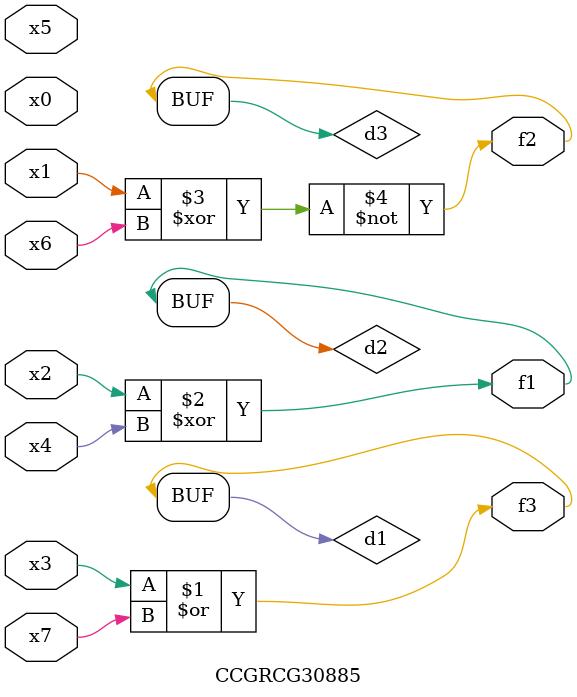
<source format=v>
module CCGRCG30885(
	input x0, x1, x2, x3, x4, x5, x6, x7,
	output f1, f2, f3
);

	wire d1, d2, d3;

	or (d1, x3, x7);
	xor (d2, x2, x4);
	xnor (d3, x1, x6);
	assign f1 = d2;
	assign f2 = d3;
	assign f3 = d1;
endmodule

</source>
